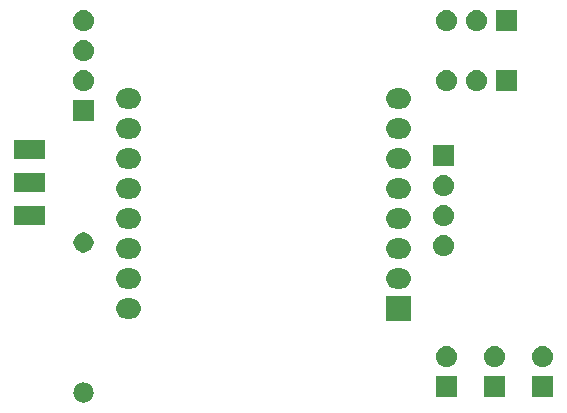
<source format=gbr>
G04 #@! TF.GenerationSoftware,KiCad,Pcbnew,(5.1.4)-1*
G04 #@! TF.CreationDate,2020-01-16T18:32:52+01:00*
G04 #@! TF.ProjectId,lumos-cache,6c756d6f-732d-4636-9163-68652e6b6963,rev?*
G04 #@! TF.SameCoordinates,Original*
G04 #@! TF.FileFunction,Soldermask,Top*
G04 #@! TF.FilePolarity,Negative*
%FSLAX46Y46*%
G04 Gerber Fmt 4.6, Leading zero omitted, Abs format (unit mm)*
G04 Created by KiCad (PCBNEW (5.1.4)-1) date 2020-01-16 18:32:52*
%MOMM*%
%LPD*%
G04 APERTURE LIST*
%ADD10C,0.100000*%
G04 APERTURE END LIST*
D10*
G36*
X117768823Y-63931313D02*
G01*
X117929242Y-63979976D01*
X118061906Y-64050886D01*
X118077078Y-64058996D01*
X118206659Y-64165341D01*
X118313004Y-64294922D01*
X118313005Y-64294924D01*
X118392024Y-64442758D01*
X118440687Y-64603177D01*
X118457117Y-64770000D01*
X118440687Y-64936823D01*
X118392024Y-65097242D01*
X118321114Y-65229906D01*
X118313004Y-65245078D01*
X118206659Y-65374659D01*
X118077078Y-65481004D01*
X118077076Y-65481005D01*
X117929242Y-65560024D01*
X117768823Y-65608687D01*
X117643804Y-65621000D01*
X117560196Y-65621000D01*
X117435177Y-65608687D01*
X117274758Y-65560024D01*
X117126924Y-65481005D01*
X117126922Y-65481004D01*
X116997341Y-65374659D01*
X116890996Y-65245078D01*
X116882886Y-65229906D01*
X116811976Y-65097242D01*
X116763313Y-64936823D01*
X116746883Y-64770000D01*
X116763313Y-64603177D01*
X116811976Y-64442758D01*
X116890995Y-64294924D01*
X116890996Y-64294922D01*
X116997341Y-64165341D01*
X117126922Y-64058996D01*
X117142094Y-64050886D01*
X117274758Y-63979976D01*
X117435177Y-63931313D01*
X117560196Y-63919000D01*
X117643804Y-63919000D01*
X117768823Y-63931313D01*
X117768823Y-63931313D01*
G37*
G36*
X157365000Y-65163000D02*
G01*
X155563000Y-65163000D01*
X155563000Y-63361000D01*
X157365000Y-63361000D01*
X157365000Y-65163000D01*
X157365000Y-65163000D01*
G37*
G36*
X153301000Y-65163000D02*
G01*
X151499000Y-65163000D01*
X151499000Y-63361000D01*
X153301000Y-63361000D01*
X153301000Y-65163000D01*
X153301000Y-65163000D01*
G37*
G36*
X149237000Y-65163000D02*
G01*
X147435000Y-65163000D01*
X147435000Y-63361000D01*
X149237000Y-63361000D01*
X149237000Y-65163000D01*
X149237000Y-65163000D01*
G37*
G36*
X152510443Y-60827519D02*
G01*
X152576627Y-60834037D01*
X152746466Y-60885557D01*
X152902991Y-60969222D01*
X152938729Y-60998552D01*
X153040186Y-61081814D01*
X153123448Y-61183271D01*
X153152778Y-61219009D01*
X153236443Y-61375534D01*
X153287963Y-61545373D01*
X153305359Y-61722000D01*
X153287963Y-61898627D01*
X153236443Y-62068466D01*
X153152778Y-62224991D01*
X153123448Y-62260729D01*
X153040186Y-62362186D01*
X152938729Y-62445448D01*
X152902991Y-62474778D01*
X152746466Y-62558443D01*
X152576627Y-62609963D01*
X152510442Y-62616482D01*
X152444260Y-62623000D01*
X152355740Y-62623000D01*
X152289558Y-62616482D01*
X152223373Y-62609963D01*
X152053534Y-62558443D01*
X151897009Y-62474778D01*
X151861271Y-62445448D01*
X151759814Y-62362186D01*
X151676552Y-62260729D01*
X151647222Y-62224991D01*
X151563557Y-62068466D01*
X151512037Y-61898627D01*
X151494641Y-61722000D01*
X151512037Y-61545373D01*
X151563557Y-61375534D01*
X151647222Y-61219009D01*
X151676552Y-61183271D01*
X151759814Y-61081814D01*
X151861271Y-60998552D01*
X151897009Y-60969222D01*
X152053534Y-60885557D01*
X152223373Y-60834037D01*
X152289557Y-60827519D01*
X152355740Y-60821000D01*
X152444260Y-60821000D01*
X152510443Y-60827519D01*
X152510443Y-60827519D01*
G37*
G36*
X148446443Y-60827519D02*
G01*
X148512627Y-60834037D01*
X148682466Y-60885557D01*
X148838991Y-60969222D01*
X148874729Y-60998552D01*
X148976186Y-61081814D01*
X149059448Y-61183271D01*
X149088778Y-61219009D01*
X149172443Y-61375534D01*
X149223963Y-61545373D01*
X149241359Y-61722000D01*
X149223963Y-61898627D01*
X149172443Y-62068466D01*
X149088778Y-62224991D01*
X149059448Y-62260729D01*
X148976186Y-62362186D01*
X148874729Y-62445448D01*
X148838991Y-62474778D01*
X148682466Y-62558443D01*
X148512627Y-62609963D01*
X148446442Y-62616482D01*
X148380260Y-62623000D01*
X148291740Y-62623000D01*
X148225558Y-62616482D01*
X148159373Y-62609963D01*
X147989534Y-62558443D01*
X147833009Y-62474778D01*
X147797271Y-62445448D01*
X147695814Y-62362186D01*
X147612552Y-62260729D01*
X147583222Y-62224991D01*
X147499557Y-62068466D01*
X147448037Y-61898627D01*
X147430641Y-61722000D01*
X147448037Y-61545373D01*
X147499557Y-61375534D01*
X147583222Y-61219009D01*
X147612552Y-61183271D01*
X147695814Y-61081814D01*
X147797271Y-60998552D01*
X147833009Y-60969222D01*
X147989534Y-60885557D01*
X148159373Y-60834037D01*
X148225557Y-60827519D01*
X148291740Y-60821000D01*
X148380260Y-60821000D01*
X148446443Y-60827519D01*
X148446443Y-60827519D01*
G37*
G36*
X156574443Y-60827519D02*
G01*
X156640627Y-60834037D01*
X156810466Y-60885557D01*
X156966991Y-60969222D01*
X157002729Y-60998552D01*
X157104186Y-61081814D01*
X157187448Y-61183271D01*
X157216778Y-61219009D01*
X157300443Y-61375534D01*
X157351963Y-61545373D01*
X157369359Y-61722000D01*
X157351963Y-61898627D01*
X157300443Y-62068466D01*
X157216778Y-62224991D01*
X157187448Y-62260729D01*
X157104186Y-62362186D01*
X157002729Y-62445448D01*
X156966991Y-62474778D01*
X156810466Y-62558443D01*
X156640627Y-62609963D01*
X156574442Y-62616482D01*
X156508260Y-62623000D01*
X156419740Y-62623000D01*
X156353558Y-62616482D01*
X156287373Y-62609963D01*
X156117534Y-62558443D01*
X155961009Y-62474778D01*
X155925271Y-62445448D01*
X155823814Y-62362186D01*
X155740552Y-62260729D01*
X155711222Y-62224991D01*
X155627557Y-62068466D01*
X155576037Y-61898627D01*
X155558641Y-61722000D01*
X155576037Y-61545373D01*
X155627557Y-61375534D01*
X155711222Y-61219009D01*
X155740552Y-61183271D01*
X155823814Y-61081814D01*
X155925271Y-60998552D01*
X155961009Y-60969222D01*
X156117534Y-60885557D01*
X156287373Y-60834037D01*
X156353557Y-60827519D01*
X156419740Y-60821000D01*
X156508260Y-60821000D01*
X156574443Y-60827519D01*
X156574443Y-60827519D01*
G37*
G36*
X145323000Y-58709000D02*
G01*
X143221000Y-58709000D01*
X143221000Y-56607000D01*
X145323000Y-56607000D01*
X145323000Y-58709000D01*
X145323000Y-58709000D01*
G37*
G36*
X121778823Y-56819313D02*
G01*
X121939242Y-56867976D01*
X122071906Y-56938886D01*
X122087078Y-56946996D01*
X122216659Y-57053341D01*
X122323004Y-57182922D01*
X122323005Y-57182924D01*
X122402024Y-57330758D01*
X122450687Y-57491177D01*
X122467117Y-57658000D01*
X122450687Y-57824823D01*
X122402024Y-57985242D01*
X122331114Y-58117906D01*
X122323004Y-58133078D01*
X122216659Y-58262659D01*
X122087078Y-58369004D01*
X122087076Y-58369005D01*
X121939242Y-58448024D01*
X121778823Y-58496687D01*
X121653804Y-58509000D01*
X121170196Y-58509000D01*
X121045177Y-58496687D01*
X120884758Y-58448024D01*
X120736924Y-58369005D01*
X120736922Y-58369004D01*
X120607341Y-58262659D01*
X120500996Y-58133078D01*
X120492886Y-58117906D01*
X120421976Y-57985242D01*
X120373313Y-57824823D01*
X120356883Y-57658000D01*
X120373313Y-57491177D01*
X120421976Y-57330758D01*
X120500995Y-57182924D01*
X120500996Y-57182922D01*
X120607341Y-57053341D01*
X120736922Y-56946996D01*
X120752094Y-56938886D01*
X120884758Y-56867976D01*
X121045177Y-56819313D01*
X121170196Y-56807000D01*
X121653804Y-56807000D01*
X121778823Y-56819313D01*
X121778823Y-56819313D01*
G37*
G36*
X121778823Y-54279313D02*
G01*
X121939242Y-54327976D01*
X122071906Y-54398886D01*
X122087078Y-54406996D01*
X122216659Y-54513341D01*
X122323004Y-54642922D01*
X122323005Y-54642924D01*
X122402024Y-54790758D01*
X122450687Y-54951177D01*
X122467117Y-55118000D01*
X122450687Y-55284823D01*
X122402024Y-55445242D01*
X122331114Y-55577906D01*
X122323004Y-55593078D01*
X122216659Y-55722659D01*
X122087078Y-55829004D01*
X122087076Y-55829005D01*
X121939242Y-55908024D01*
X121778823Y-55956687D01*
X121653804Y-55969000D01*
X121170196Y-55969000D01*
X121045177Y-55956687D01*
X120884758Y-55908024D01*
X120736924Y-55829005D01*
X120736922Y-55829004D01*
X120607341Y-55722659D01*
X120500996Y-55593078D01*
X120492886Y-55577906D01*
X120421976Y-55445242D01*
X120373313Y-55284823D01*
X120356883Y-55118000D01*
X120373313Y-54951177D01*
X120421976Y-54790758D01*
X120500995Y-54642924D01*
X120500996Y-54642922D01*
X120607341Y-54513341D01*
X120736922Y-54406996D01*
X120752094Y-54398886D01*
X120884758Y-54327976D01*
X121045177Y-54279313D01*
X121170196Y-54267000D01*
X121653804Y-54267000D01*
X121778823Y-54279313D01*
X121778823Y-54279313D01*
G37*
G36*
X144638823Y-54279313D02*
G01*
X144799242Y-54327976D01*
X144931906Y-54398886D01*
X144947078Y-54406996D01*
X145076659Y-54513341D01*
X145183004Y-54642922D01*
X145183005Y-54642924D01*
X145262024Y-54790758D01*
X145310687Y-54951177D01*
X145327117Y-55118000D01*
X145310687Y-55284823D01*
X145262024Y-55445242D01*
X145191114Y-55577906D01*
X145183004Y-55593078D01*
X145076659Y-55722659D01*
X144947078Y-55829004D01*
X144947076Y-55829005D01*
X144799242Y-55908024D01*
X144638823Y-55956687D01*
X144513804Y-55969000D01*
X144030196Y-55969000D01*
X143905177Y-55956687D01*
X143744758Y-55908024D01*
X143596924Y-55829005D01*
X143596922Y-55829004D01*
X143467341Y-55722659D01*
X143360996Y-55593078D01*
X143352886Y-55577906D01*
X143281976Y-55445242D01*
X143233313Y-55284823D01*
X143216883Y-55118000D01*
X143233313Y-54951177D01*
X143281976Y-54790758D01*
X143360995Y-54642924D01*
X143360996Y-54642922D01*
X143467341Y-54513341D01*
X143596922Y-54406996D01*
X143612094Y-54398886D01*
X143744758Y-54327976D01*
X143905177Y-54279313D01*
X144030196Y-54267000D01*
X144513804Y-54267000D01*
X144638823Y-54279313D01*
X144638823Y-54279313D01*
G37*
G36*
X121778823Y-51739313D02*
G01*
X121939242Y-51787976D01*
X122071906Y-51858886D01*
X122087078Y-51866996D01*
X122216659Y-51973341D01*
X122323004Y-52102922D01*
X122323005Y-52102924D01*
X122402024Y-52250758D01*
X122450687Y-52411177D01*
X122467117Y-52578000D01*
X122450687Y-52744823D01*
X122402024Y-52905242D01*
X122331114Y-53037906D01*
X122323004Y-53053078D01*
X122216659Y-53182659D01*
X122087078Y-53289004D01*
X122087076Y-53289005D01*
X121939242Y-53368024D01*
X121778823Y-53416687D01*
X121653804Y-53429000D01*
X121170196Y-53429000D01*
X121045177Y-53416687D01*
X120884758Y-53368024D01*
X120736924Y-53289005D01*
X120736922Y-53289004D01*
X120607341Y-53182659D01*
X120500996Y-53053078D01*
X120492886Y-53037906D01*
X120421976Y-52905242D01*
X120373313Y-52744823D01*
X120356883Y-52578000D01*
X120373313Y-52411177D01*
X120421976Y-52250758D01*
X120500995Y-52102924D01*
X120500996Y-52102922D01*
X120607341Y-51973341D01*
X120736922Y-51866996D01*
X120752094Y-51858886D01*
X120884758Y-51787976D01*
X121045177Y-51739313D01*
X121170196Y-51727000D01*
X121653804Y-51727000D01*
X121778823Y-51739313D01*
X121778823Y-51739313D01*
G37*
G36*
X144638823Y-51739313D02*
G01*
X144799242Y-51787976D01*
X144931906Y-51858886D01*
X144947078Y-51866996D01*
X145076659Y-51973341D01*
X145183004Y-52102922D01*
X145183005Y-52102924D01*
X145262024Y-52250758D01*
X145310687Y-52411177D01*
X145327117Y-52578000D01*
X145310687Y-52744823D01*
X145262024Y-52905242D01*
X145191114Y-53037906D01*
X145183004Y-53053078D01*
X145076659Y-53182659D01*
X144947078Y-53289004D01*
X144947076Y-53289005D01*
X144799242Y-53368024D01*
X144638823Y-53416687D01*
X144513804Y-53429000D01*
X144030196Y-53429000D01*
X143905177Y-53416687D01*
X143744758Y-53368024D01*
X143596924Y-53289005D01*
X143596922Y-53289004D01*
X143467341Y-53182659D01*
X143360996Y-53053078D01*
X143352886Y-53037906D01*
X143281976Y-52905242D01*
X143233313Y-52744823D01*
X143216883Y-52578000D01*
X143233313Y-52411177D01*
X143281976Y-52250758D01*
X143360995Y-52102924D01*
X143360996Y-52102922D01*
X143467341Y-51973341D01*
X143596922Y-51866996D01*
X143612094Y-51858886D01*
X143744758Y-51787976D01*
X143905177Y-51739313D01*
X144030196Y-51727000D01*
X144513804Y-51727000D01*
X144638823Y-51739313D01*
X144638823Y-51739313D01*
G37*
G36*
X148192443Y-51429519D02*
G01*
X148258627Y-51436037D01*
X148428466Y-51487557D01*
X148584991Y-51571222D01*
X148620729Y-51600552D01*
X148722186Y-51683814D01*
X148805448Y-51785271D01*
X148834778Y-51821009D01*
X148918443Y-51977534D01*
X148969963Y-52147373D01*
X148987359Y-52324000D01*
X148969963Y-52500627D01*
X148918443Y-52670466D01*
X148834778Y-52826991D01*
X148805448Y-52862729D01*
X148722186Y-52964186D01*
X148620729Y-53047448D01*
X148584991Y-53076778D01*
X148428466Y-53160443D01*
X148258627Y-53211963D01*
X148192442Y-53218482D01*
X148126260Y-53225000D01*
X148037740Y-53225000D01*
X147971558Y-53218482D01*
X147905373Y-53211963D01*
X147735534Y-53160443D01*
X147579009Y-53076778D01*
X147543271Y-53047448D01*
X147441814Y-52964186D01*
X147358552Y-52862729D01*
X147329222Y-52826991D01*
X147245557Y-52670466D01*
X147194037Y-52500627D01*
X147176641Y-52324000D01*
X147194037Y-52147373D01*
X147245557Y-51977534D01*
X147329222Y-51821009D01*
X147358552Y-51785271D01*
X147441814Y-51683814D01*
X147543271Y-51600552D01*
X147579009Y-51571222D01*
X147735534Y-51487557D01*
X147905373Y-51436037D01*
X147971557Y-51429519D01*
X148037740Y-51423000D01*
X148126260Y-51423000D01*
X148192443Y-51429519D01*
X148192443Y-51429519D01*
G37*
G36*
X117850228Y-51251703D02*
G01*
X118005100Y-51315853D01*
X118144481Y-51408985D01*
X118263015Y-51527519D01*
X118356147Y-51666900D01*
X118420297Y-51821772D01*
X118453000Y-51986184D01*
X118453000Y-52153816D01*
X118420297Y-52318228D01*
X118356147Y-52473100D01*
X118263015Y-52612481D01*
X118144481Y-52731015D01*
X118005100Y-52824147D01*
X117850228Y-52888297D01*
X117685816Y-52921000D01*
X117518184Y-52921000D01*
X117353772Y-52888297D01*
X117198900Y-52824147D01*
X117059519Y-52731015D01*
X116940985Y-52612481D01*
X116847853Y-52473100D01*
X116783703Y-52318228D01*
X116751000Y-52153816D01*
X116751000Y-51986184D01*
X116783703Y-51821772D01*
X116847853Y-51666900D01*
X116940985Y-51527519D01*
X117059519Y-51408985D01*
X117198900Y-51315853D01*
X117353772Y-51251703D01*
X117518184Y-51219000D01*
X117685816Y-51219000D01*
X117850228Y-51251703D01*
X117850228Y-51251703D01*
G37*
G36*
X121778823Y-49199313D02*
G01*
X121939242Y-49247976D01*
X122071906Y-49318886D01*
X122087078Y-49326996D01*
X122216659Y-49433341D01*
X122323004Y-49562922D01*
X122323005Y-49562924D01*
X122402024Y-49710758D01*
X122450687Y-49871177D01*
X122467117Y-50038000D01*
X122450687Y-50204823D01*
X122402024Y-50365242D01*
X122331114Y-50497906D01*
X122323004Y-50513078D01*
X122216659Y-50642659D01*
X122087078Y-50749004D01*
X122087076Y-50749005D01*
X121939242Y-50828024D01*
X121778823Y-50876687D01*
X121653804Y-50889000D01*
X121170196Y-50889000D01*
X121045177Y-50876687D01*
X120884758Y-50828024D01*
X120736924Y-50749005D01*
X120736922Y-50749004D01*
X120607341Y-50642659D01*
X120500996Y-50513078D01*
X120492886Y-50497906D01*
X120421976Y-50365242D01*
X120373313Y-50204823D01*
X120356883Y-50038000D01*
X120373313Y-49871177D01*
X120421976Y-49710758D01*
X120500995Y-49562924D01*
X120500996Y-49562922D01*
X120607341Y-49433341D01*
X120736922Y-49326996D01*
X120752094Y-49318886D01*
X120884758Y-49247976D01*
X121045177Y-49199313D01*
X121170196Y-49187000D01*
X121653804Y-49187000D01*
X121778823Y-49199313D01*
X121778823Y-49199313D01*
G37*
G36*
X144638823Y-49199313D02*
G01*
X144799242Y-49247976D01*
X144931906Y-49318886D01*
X144947078Y-49326996D01*
X145076659Y-49433341D01*
X145183004Y-49562922D01*
X145183005Y-49562924D01*
X145262024Y-49710758D01*
X145310687Y-49871177D01*
X145327117Y-50038000D01*
X145310687Y-50204823D01*
X145262024Y-50365242D01*
X145191114Y-50497906D01*
X145183004Y-50513078D01*
X145076659Y-50642659D01*
X144947078Y-50749004D01*
X144947076Y-50749005D01*
X144799242Y-50828024D01*
X144638823Y-50876687D01*
X144513804Y-50889000D01*
X144030196Y-50889000D01*
X143905177Y-50876687D01*
X143744758Y-50828024D01*
X143596924Y-50749005D01*
X143596922Y-50749004D01*
X143467341Y-50642659D01*
X143360996Y-50513078D01*
X143352886Y-50497906D01*
X143281976Y-50365242D01*
X143233313Y-50204823D01*
X143216883Y-50038000D01*
X143233313Y-49871177D01*
X143281976Y-49710758D01*
X143360995Y-49562924D01*
X143360996Y-49562922D01*
X143467341Y-49433341D01*
X143596922Y-49326996D01*
X143612094Y-49318886D01*
X143744758Y-49247976D01*
X143905177Y-49199313D01*
X144030196Y-49187000D01*
X144513804Y-49187000D01*
X144638823Y-49199313D01*
X144638823Y-49199313D01*
G37*
G36*
X148192443Y-48889519D02*
G01*
X148258627Y-48896037D01*
X148428466Y-48947557D01*
X148584991Y-49031222D01*
X148620729Y-49060552D01*
X148722186Y-49143814D01*
X148805448Y-49245271D01*
X148834778Y-49281009D01*
X148918443Y-49437534D01*
X148969963Y-49607373D01*
X148987359Y-49784000D01*
X148969963Y-49960627D01*
X148918443Y-50130466D01*
X148834778Y-50286991D01*
X148805448Y-50322729D01*
X148722186Y-50424186D01*
X148620729Y-50507448D01*
X148584991Y-50536778D01*
X148428466Y-50620443D01*
X148258627Y-50671963D01*
X148192443Y-50678481D01*
X148126260Y-50685000D01*
X148037740Y-50685000D01*
X147971557Y-50678481D01*
X147905373Y-50671963D01*
X147735534Y-50620443D01*
X147579009Y-50536778D01*
X147543271Y-50507448D01*
X147441814Y-50424186D01*
X147358552Y-50322729D01*
X147329222Y-50286991D01*
X147245557Y-50130466D01*
X147194037Y-49960627D01*
X147176641Y-49784000D01*
X147194037Y-49607373D01*
X147245557Y-49437534D01*
X147329222Y-49281009D01*
X147358552Y-49245271D01*
X147441814Y-49143814D01*
X147543271Y-49060552D01*
X147579009Y-49031222D01*
X147735534Y-48947557D01*
X147905373Y-48896037D01*
X147971557Y-48889519D01*
X148037740Y-48883000D01*
X148126260Y-48883000D01*
X148192443Y-48889519D01*
X148192443Y-48889519D01*
G37*
G36*
X114331000Y-50585000D02*
G01*
X111729000Y-50585000D01*
X111729000Y-48983000D01*
X114331000Y-48983000D01*
X114331000Y-50585000D01*
X114331000Y-50585000D01*
G37*
G36*
X144638823Y-46659313D02*
G01*
X144799242Y-46707976D01*
X144931906Y-46778886D01*
X144947078Y-46786996D01*
X145076659Y-46893341D01*
X145183004Y-47022922D01*
X145183005Y-47022924D01*
X145262024Y-47170758D01*
X145310687Y-47331177D01*
X145327117Y-47498000D01*
X145310687Y-47664823D01*
X145262024Y-47825242D01*
X145191114Y-47957906D01*
X145183004Y-47973078D01*
X145076659Y-48102659D01*
X144947078Y-48209004D01*
X144947076Y-48209005D01*
X144799242Y-48288024D01*
X144638823Y-48336687D01*
X144513804Y-48349000D01*
X144030196Y-48349000D01*
X143905177Y-48336687D01*
X143744758Y-48288024D01*
X143596924Y-48209005D01*
X143596922Y-48209004D01*
X143467341Y-48102659D01*
X143360996Y-47973078D01*
X143352886Y-47957906D01*
X143281976Y-47825242D01*
X143233313Y-47664823D01*
X143216883Y-47498000D01*
X143233313Y-47331177D01*
X143281976Y-47170758D01*
X143360995Y-47022924D01*
X143360996Y-47022922D01*
X143467341Y-46893341D01*
X143596922Y-46786996D01*
X143612094Y-46778886D01*
X143744758Y-46707976D01*
X143905177Y-46659313D01*
X144030196Y-46647000D01*
X144513804Y-46647000D01*
X144638823Y-46659313D01*
X144638823Y-46659313D01*
G37*
G36*
X121778823Y-46659313D02*
G01*
X121939242Y-46707976D01*
X122071906Y-46778886D01*
X122087078Y-46786996D01*
X122216659Y-46893341D01*
X122323004Y-47022922D01*
X122323005Y-47022924D01*
X122402024Y-47170758D01*
X122450687Y-47331177D01*
X122467117Y-47498000D01*
X122450687Y-47664823D01*
X122402024Y-47825242D01*
X122331114Y-47957906D01*
X122323004Y-47973078D01*
X122216659Y-48102659D01*
X122087078Y-48209004D01*
X122087076Y-48209005D01*
X121939242Y-48288024D01*
X121778823Y-48336687D01*
X121653804Y-48349000D01*
X121170196Y-48349000D01*
X121045177Y-48336687D01*
X120884758Y-48288024D01*
X120736924Y-48209005D01*
X120736922Y-48209004D01*
X120607341Y-48102659D01*
X120500996Y-47973078D01*
X120492886Y-47957906D01*
X120421976Y-47825242D01*
X120373313Y-47664823D01*
X120356883Y-47498000D01*
X120373313Y-47331177D01*
X120421976Y-47170758D01*
X120500995Y-47022924D01*
X120500996Y-47022922D01*
X120607341Y-46893341D01*
X120736922Y-46786996D01*
X120752094Y-46778886D01*
X120884758Y-46707976D01*
X121045177Y-46659313D01*
X121170196Y-46647000D01*
X121653804Y-46647000D01*
X121778823Y-46659313D01*
X121778823Y-46659313D01*
G37*
G36*
X148192443Y-46349519D02*
G01*
X148258627Y-46356037D01*
X148428466Y-46407557D01*
X148584991Y-46491222D01*
X148620729Y-46520552D01*
X148722186Y-46603814D01*
X148805448Y-46705271D01*
X148834778Y-46741009D01*
X148918443Y-46897534D01*
X148969963Y-47067373D01*
X148987359Y-47244000D01*
X148969963Y-47420627D01*
X148918443Y-47590466D01*
X148834778Y-47746991D01*
X148805448Y-47782729D01*
X148722186Y-47884186D01*
X148620729Y-47967448D01*
X148584991Y-47996778D01*
X148428466Y-48080443D01*
X148258627Y-48131963D01*
X148192443Y-48138481D01*
X148126260Y-48145000D01*
X148037740Y-48145000D01*
X147971558Y-48138482D01*
X147905373Y-48131963D01*
X147735534Y-48080443D01*
X147579009Y-47996778D01*
X147543271Y-47967448D01*
X147441814Y-47884186D01*
X147358552Y-47782729D01*
X147329222Y-47746991D01*
X147245557Y-47590466D01*
X147194037Y-47420627D01*
X147176641Y-47244000D01*
X147194037Y-47067373D01*
X147245557Y-46897534D01*
X147329222Y-46741009D01*
X147358552Y-46705271D01*
X147441814Y-46603814D01*
X147543271Y-46520552D01*
X147579009Y-46491222D01*
X147735534Y-46407557D01*
X147905373Y-46356037D01*
X147971557Y-46349519D01*
X148037740Y-46343000D01*
X148126260Y-46343000D01*
X148192443Y-46349519D01*
X148192443Y-46349519D01*
G37*
G36*
X114331000Y-47791000D02*
G01*
X111729000Y-47791000D01*
X111729000Y-46189000D01*
X114331000Y-46189000D01*
X114331000Y-47791000D01*
X114331000Y-47791000D01*
G37*
G36*
X121778823Y-44119313D02*
G01*
X121939242Y-44167976D01*
X122071906Y-44238886D01*
X122087078Y-44246996D01*
X122216659Y-44353341D01*
X122323004Y-44482922D01*
X122323005Y-44482924D01*
X122402024Y-44630758D01*
X122450687Y-44791177D01*
X122467117Y-44958000D01*
X122450687Y-45124823D01*
X122402024Y-45285242D01*
X122331114Y-45417906D01*
X122323004Y-45433078D01*
X122216659Y-45562659D01*
X122087078Y-45669004D01*
X122087076Y-45669005D01*
X121939242Y-45748024D01*
X121778823Y-45796687D01*
X121653804Y-45809000D01*
X121170196Y-45809000D01*
X121045177Y-45796687D01*
X120884758Y-45748024D01*
X120736924Y-45669005D01*
X120736922Y-45669004D01*
X120607341Y-45562659D01*
X120500996Y-45433078D01*
X120492886Y-45417906D01*
X120421976Y-45285242D01*
X120373313Y-45124823D01*
X120356883Y-44958000D01*
X120373313Y-44791177D01*
X120421976Y-44630758D01*
X120500995Y-44482924D01*
X120500996Y-44482922D01*
X120607341Y-44353341D01*
X120736922Y-44246996D01*
X120752094Y-44238886D01*
X120884758Y-44167976D01*
X121045177Y-44119313D01*
X121170196Y-44107000D01*
X121653804Y-44107000D01*
X121778823Y-44119313D01*
X121778823Y-44119313D01*
G37*
G36*
X144638823Y-44119313D02*
G01*
X144799242Y-44167976D01*
X144931906Y-44238886D01*
X144947078Y-44246996D01*
X145076659Y-44353341D01*
X145183004Y-44482922D01*
X145183005Y-44482924D01*
X145262024Y-44630758D01*
X145310687Y-44791177D01*
X145327117Y-44958000D01*
X145310687Y-45124823D01*
X145262024Y-45285242D01*
X145191114Y-45417906D01*
X145183004Y-45433078D01*
X145076659Y-45562659D01*
X144947078Y-45669004D01*
X144947076Y-45669005D01*
X144799242Y-45748024D01*
X144638823Y-45796687D01*
X144513804Y-45809000D01*
X144030196Y-45809000D01*
X143905177Y-45796687D01*
X143744758Y-45748024D01*
X143596924Y-45669005D01*
X143596922Y-45669004D01*
X143467341Y-45562659D01*
X143360996Y-45433078D01*
X143352886Y-45417906D01*
X143281976Y-45285242D01*
X143233313Y-45124823D01*
X143216883Y-44958000D01*
X143233313Y-44791177D01*
X143281976Y-44630758D01*
X143360995Y-44482924D01*
X143360996Y-44482922D01*
X143467341Y-44353341D01*
X143596922Y-44246996D01*
X143612094Y-44238886D01*
X143744758Y-44167976D01*
X143905177Y-44119313D01*
X144030196Y-44107000D01*
X144513804Y-44107000D01*
X144638823Y-44119313D01*
X144638823Y-44119313D01*
G37*
G36*
X148983000Y-45605000D02*
G01*
X147181000Y-45605000D01*
X147181000Y-43803000D01*
X148983000Y-43803000D01*
X148983000Y-45605000D01*
X148983000Y-45605000D01*
G37*
G36*
X114331000Y-44997000D02*
G01*
X111729000Y-44997000D01*
X111729000Y-43395000D01*
X114331000Y-43395000D01*
X114331000Y-44997000D01*
X114331000Y-44997000D01*
G37*
G36*
X121778823Y-41579313D02*
G01*
X121939242Y-41627976D01*
X122071906Y-41698886D01*
X122087078Y-41706996D01*
X122216659Y-41813341D01*
X122323004Y-41942922D01*
X122323005Y-41942924D01*
X122402024Y-42090758D01*
X122450687Y-42251177D01*
X122467117Y-42418000D01*
X122450687Y-42584823D01*
X122402024Y-42745242D01*
X122331114Y-42877906D01*
X122323004Y-42893078D01*
X122216659Y-43022659D01*
X122087078Y-43129004D01*
X122087076Y-43129005D01*
X121939242Y-43208024D01*
X121778823Y-43256687D01*
X121653804Y-43269000D01*
X121170196Y-43269000D01*
X121045177Y-43256687D01*
X120884758Y-43208024D01*
X120736924Y-43129005D01*
X120736922Y-43129004D01*
X120607341Y-43022659D01*
X120500996Y-42893078D01*
X120492886Y-42877906D01*
X120421976Y-42745242D01*
X120373313Y-42584823D01*
X120356883Y-42418000D01*
X120373313Y-42251177D01*
X120421976Y-42090758D01*
X120500995Y-41942924D01*
X120500996Y-41942922D01*
X120607341Y-41813341D01*
X120736922Y-41706996D01*
X120752094Y-41698886D01*
X120884758Y-41627976D01*
X121045177Y-41579313D01*
X121170196Y-41567000D01*
X121653804Y-41567000D01*
X121778823Y-41579313D01*
X121778823Y-41579313D01*
G37*
G36*
X144638823Y-41579313D02*
G01*
X144799242Y-41627976D01*
X144931906Y-41698886D01*
X144947078Y-41706996D01*
X145076659Y-41813341D01*
X145183004Y-41942922D01*
X145183005Y-41942924D01*
X145262024Y-42090758D01*
X145310687Y-42251177D01*
X145327117Y-42418000D01*
X145310687Y-42584823D01*
X145262024Y-42745242D01*
X145191114Y-42877906D01*
X145183004Y-42893078D01*
X145076659Y-43022659D01*
X144947078Y-43129004D01*
X144947076Y-43129005D01*
X144799242Y-43208024D01*
X144638823Y-43256687D01*
X144513804Y-43269000D01*
X144030196Y-43269000D01*
X143905177Y-43256687D01*
X143744758Y-43208024D01*
X143596924Y-43129005D01*
X143596922Y-43129004D01*
X143467341Y-43022659D01*
X143360996Y-42893078D01*
X143352886Y-42877906D01*
X143281976Y-42745242D01*
X143233313Y-42584823D01*
X143216883Y-42418000D01*
X143233313Y-42251177D01*
X143281976Y-42090758D01*
X143360995Y-41942924D01*
X143360996Y-41942922D01*
X143467341Y-41813341D01*
X143596922Y-41706996D01*
X143612094Y-41698886D01*
X143744758Y-41627976D01*
X143905177Y-41579313D01*
X144030196Y-41567000D01*
X144513804Y-41567000D01*
X144638823Y-41579313D01*
X144638823Y-41579313D01*
G37*
G36*
X118503000Y-41795000D02*
G01*
X116701000Y-41795000D01*
X116701000Y-39993000D01*
X118503000Y-39993000D01*
X118503000Y-41795000D01*
X118503000Y-41795000D01*
G37*
G36*
X121778823Y-39039313D02*
G01*
X121939242Y-39087976D01*
X122071906Y-39158886D01*
X122087078Y-39166996D01*
X122216659Y-39273341D01*
X122323004Y-39402922D01*
X122323005Y-39402924D01*
X122402024Y-39550758D01*
X122450687Y-39711177D01*
X122467117Y-39878000D01*
X122450687Y-40044823D01*
X122402024Y-40205242D01*
X122331114Y-40337906D01*
X122323004Y-40353078D01*
X122216659Y-40482659D01*
X122087078Y-40589004D01*
X122087076Y-40589005D01*
X121939242Y-40668024D01*
X121778823Y-40716687D01*
X121653804Y-40729000D01*
X121170196Y-40729000D01*
X121045177Y-40716687D01*
X120884758Y-40668024D01*
X120736924Y-40589005D01*
X120736922Y-40589004D01*
X120607341Y-40482659D01*
X120500996Y-40353078D01*
X120492886Y-40337906D01*
X120421976Y-40205242D01*
X120373313Y-40044823D01*
X120356883Y-39878000D01*
X120373313Y-39711177D01*
X120421976Y-39550758D01*
X120500995Y-39402924D01*
X120500996Y-39402922D01*
X120607341Y-39273341D01*
X120736922Y-39166996D01*
X120752094Y-39158886D01*
X120884758Y-39087976D01*
X121045177Y-39039313D01*
X121170196Y-39027000D01*
X121653804Y-39027000D01*
X121778823Y-39039313D01*
X121778823Y-39039313D01*
G37*
G36*
X144638823Y-39039313D02*
G01*
X144799242Y-39087976D01*
X144931906Y-39158886D01*
X144947078Y-39166996D01*
X145076659Y-39273341D01*
X145183004Y-39402922D01*
X145183005Y-39402924D01*
X145262024Y-39550758D01*
X145310687Y-39711177D01*
X145327117Y-39878000D01*
X145310687Y-40044823D01*
X145262024Y-40205242D01*
X145191114Y-40337906D01*
X145183004Y-40353078D01*
X145076659Y-40482659D01*
X144947078Y-40589004D01*
X144947076Y-40589005D01*
X144799242Y-40668024D01*
X144638823Y-40716687D01*
X144513804Y-40729000D01*
X144030196Y-40729000D01*
X143905177Y-40716687D01*
X143744758Y-40668024D01*
X143596924Y-40589005D01*
X143596922Y-40589004D01*
X143467341Y-40482659D01*
X143360996Y-40353078D01*
X143352886Y-40337906D01*
X143281976Y-40205242D01*
X143233313Y-40044823D01*
X143216883Y-39878000D01*
X143233313Y-39711177D01*
X143281976Y-39550758D01*
X143360995Y-39402924D01*
X143360996Y-39402922D01*
X143467341Y-39273341D01*
X143596922Y-39166996D01*
X143612094Y-39158886D01*
X143744758Y-39087976D01*
X143905177Y-39039313D01*
X144030196Y-39027000D01*
X144513804Y-39027000D01*
X144638823Y-39039313D01*
X144638823Y-39039313D01*
G37*
G36*
X117712442Y-37459518D02*
G01*
X117778627Y-37466037D01*
X117948466Y-37517557D01*
X118104991Y-37601222D01*
X118140729Y-37630552D01*
X118242186Y-37713814D01*
X118325448Y-37815271D01*
X118354778Y-37851009D01*
X118438443Y-38007534D01*
X118489963Y-38177373D01*
X118507359Y-38354000D01*
X118489963Y-38530627D01*
X118438443Y-38700466D01*
X118354778Y-38856991D01*
X118325448Y-38892729D01*
X118242186Y-38994186D01*
X118140729Y-39077448D01*
X118104991Y-39106778D01*
X117948466Y-39190443D01*
X117778627Y-39241963D01*
X117712442Y-39248482D01*
X117646260Y-39255000D01*
X117557740Y-39255000D01*
X117491558Y-39248482D01*
X117425373Y-39241963D01*
X117255534Y-39190443D01*
X117099009Y-39106778D01*
X117063271Y-39077448D01*
X116961814Y-38994186D01*
X116878552Y-38892729D01*
X116849222Y-38856991D01*
X116765557Y-38700466D01*
X116714037Y-38530627D01*
X116696641Y-38354000D01*
X116714037Y-38177373D01*
X116765557Y-38007534D01*
X116849222Y-37851009D01*
X116878552Y-37815271D01*
X116961814Y-37713814D01*
X117063271Y-37630552D01*
X117099009Y-37601222D01*
X117255534Y-37517557D01*
X117425373Y-37466037D01*
X117491558Y-37459518D01*
X117557740Y-37453000D01*
X117646260Y-37453000D01*
X117712442Y-37459518D01*
X117712442Y-37459518D01*
G37*
G36*
X154317000Y-39255000D02*
G01*
X152515000Y-39255000D01*
X152515000Y-37453000D01*
X154317000Y-37453000D01*
X154317000Y-39255000D01*
X154317000Y-39255000D01*
G37*
G36*
X150986442Y-37459518D02*
G01*
X151052627Y-37466037D01*
X151222466Y-37517557D01*
X151378991Y-37601222D01*
X151414729Y-37630552D01*
X151516186Y-37713814D01*
X151599448Y-37815271D01*
X151628778Y-37851009D01*
X151712443Y-38007534D01*
X151763963Y-38177373D01*
X151781359Y-38354000D01*
X151763963Y-38530627D01*
X151712443Y-38700466D01*
X151628778Y-38856991D01*
X151599448Y-38892729D01*
X151516186Y-38994186D01*
X151414729Y-39077448D01*
X151378991Y-39106778D01*
X151222466Y-39190443D01*
X151052627Y-39241963D01*
X150986442Y-39248482D01*
X150920260Y-39255000D01*
X150831740Y-39255000D01*
X150765558Y-39248482D01*
X150699373Y-39241963D01*
X150529534Y-39190443D01*
X150373009Y-39106778D01*
X150337271Y-39077448D01*
X150235814Y-38994186D01*
X150152552Y-38892729D01*
X150123222Y-38856991D01*
X150039557Y-38700466D01*
X149988037Y-38530627D01*
X149970641Y-38354000D01*
X149988037Y-38177373D01*
X150039557Y-38007534D01*
X150123222Y-37851009D01*
X150152552Y-37815271D01*
X150235814Y-37713814D01*
X150337271Y-37630552D01*
X150373009Y-37601222D01*
X150529534Y-37517557D01*
X150699373Y-37466037D01*
X150765558Y-37459518D01*
X150831740Y-37453000D01*
X150920260Y-37453000D01*
X150986442Y-37459518D01*
X150986442Y-37459518D01*
G37*
G36*
X148446442Y-37459518D02*
G01*
X148512627Y-37466037D01*
X148682466Y-37517557D01*
X148838991Y-37601222D01*
X148874729Y-37630552D01*
X148976186Y-37713814D01*
X149059448Y-37815271D01*
X149088778Y-37851009D01*
X149172443Y-38007534D01*
X149223963Y-38177373D01*
X149241359Y-38354000D01*
X149223963Y-38530627D01*
X149172443Y-38700466D01*
X149088778Y-38856991D01*
X149059448Y-38892729D01*
X148976186Y-38994186D01*
X148874729Y-39077448D01*
X148838991Y-39106778D01*
X148682466Y-39190443D01*
X148512627Y-39241963D01*
X148446442Y-39248482D01*
X148380260Y-39255000D01*
X148291740Y-39255000D01*
X148225558Y-39248482D01*
X148159373Y-39241963D01*
X147989534Y-39190443D01*
X147833009Y-39106778D01*
X147797271Y-39077448D01*
X147695814Y-38994186D01*
X147612552Y-38892729D01*
X147583222Y-38856991D01*
X147499557Y-38700466D01*
X147448037Y-38530627D01*
X147430641Y-38354000D01*
X147448037Y-38177373D01*
X147499557Y-38007534D01*
X147583222Y-37851009D01*
X147612552Y-37815271D01*
X147695814Y-37713814D01*
X147797271Y-37630552D01*
X147833009Y-37601222D01*
X147989534Y-37517557D01*
X148159373Y-37466037D01*
X148225558Y-37459518D01*
X148291740Y-37453000D01*
X148380260Y-37453000D01*
X148446442Y-37459518D01*
X148446442Y-37459518D01*
G37*
G36*
X117712442Y-34919518D02*
G01*
X117778627Y-34926037D01*
X117948466Y-34977557D01*
X118104991Y-35061222D01*
X118140729Y-35090552D01*
X118242186Y-35173814D01*
X118325448Y-35275271D01*
X118354778Y-35311009D01*
X118438443Y-35467534D01*
X118489963Y-35637373D01*
X118507359Y-35814000D01*
X118489963Y-35990627D01*
X118438443Y-36160466D01*
X118354778Y-36316991D01*
X118325448Y-36352729D01*
X118242186Y-36454186D01*
X118140729Y-36537448D01*
X118104991Y-36566778D01*
X117948466Y-36650443D01*
X117778627Y-36701963D01*
X117712443Y-36708481D01*
X117646260Y-36715000D01*
X117557740Y-36715000D01*
X117491557Y-36708481D01*
X117425373Y-36701963D01*
X117255534Y-36650443D01*
X117099009Y-36566778D01*
X117063271Y-36537448D01*
X116961814Y-36454186D01*
X116878552Y-36352729D01*
X116849222Y-36316991D01*
X116765557Y-36160466D01*
X116714037Y-35990627D01*
X116696641Y-35814000D01*
X116714037Y-35637373D01*
X116765557Y-35467534D01*
X116849222Y-35311009D01*
X116878552Y-35275271D01*
X116961814Y-35173814D01*
X117063271Y-35090552D01*
X117099009Y-35061222D01*
X117255534Y-34977557D01*
X117425373Y-34926037D01*
X117491558Y-34919518D01*
X117557740Y-34913000D01*
X117646260Y-34913000D01*
X117712442Y-34919518D01*
X117712442Y-34919518D01*
G37*
G36*
X148446442Y-32379518D02*
G01*
X148512627Y-32386037D01*
X148682466Y-32437557D01*
X148838991Y-32521222D01*
X148874729Y-32550552D01*
X148976186Y-32633814D01*
X149059448Y-32735271D01*
X149088778Y-32771009D01*
X149172443Y-32927534D01*
X149223963Y-33097373D01*
X149241359Y-33274000D01*
X149223963Y-33450627D01*
X149172443Y-33620466D01*
X149088778Y-33776991D01*
X149059448Y-33812729D01*
X148976186Y-33914186D01*
X148874729Y-33997448D01*
X148838991Y-34026778D01*
X148682466Y-34110443D01*
X148512627Y-34161963D01*
X148446442Y-34168482D01*
X148380260Y-34175000D01*
X148291740Y-34175000D01*
X148225558Y-34168482D01*
X148159373Y-34161963D01*
X147989534Y-34110443D01*
X147833009Y-34026778D01*
X147797271Y-33997448D01*
X147695814Y-33914186D01*
X147612552Y-33812729D01*
X147583222Y-33776991D01*
X147499557Y-33620466D01*
X147448037Y-33450627D01*
X147430641Y-33274000D01*
X147448037Y-33097373D01*
X147499557Y-32927534D01*
X147583222Y-32771009D01*
X147612552Y-32735271D01*
X147695814Y-32633814D01*
X147797271Y-32550552D01*
X147833009Y-32521222D01*
X147989534Y-32437557D01*
X148159373Y-32386037D01*
X148225558Y-32379518D01*
X148291740Y-32373000D01*
X148380260Y-32373000D01*
X148446442Y-32379518D01*
X148446442Y-32379518D01*
G37*
G36*
X150986442Y-32379518D02*
G01*
X151052627Y-32386037D01*
X151222466Y-32437557D01*
X151378991Y-32521222D01*
X151414729Y-32550552D01*
X151516186Y-32633814D01*
X151599448Y-32735271D01*
X151628778Y-32771009D01*
X151712443Y-32927534D01*
X151763963Y-33097373D01*
X151781359Y-33274000D01*
X151763963Y-33450627D01*
X151712443Y-33620466D01*
X151628778Y-33776991D01*
X151599448Y-33812729D01*
X151516186Y-33914186D01*
X151414729Y-33997448D01*
X151378991Y-34026778D01*
X151222466Y-34110443D01*
X151052627Y-34161963D01*
X150986442Y-34168482D01*
X150920260Y-34175000D01*
X150831740Y-34175000D01*
X150765558Y-34168482D01*
X150699373Y-34161963D01*
X150529534Y-34110443D01*
X150373009Y-34026778D01*
X150337271Y-33997448D01*
X150235814Y-33914186D01*
X150152552Y-33812729D01*
X150123222Y-33776991D01*
X150039557Y-33620466D01*
X149988037Y-33450627D01*
X149970641Y-33274000D01*
X149988037Y-33097373D01*
X150039557Y-32927534D01*
X150123222Y-32771009D01*
X150152552Y-32735271D01*
X150235814Y-32633814D01*
X150337271Y-32550552D01*
X150373009Y-32521222D01*
X150529534Y-32437557D01*
X150699373Y-32386037D01*
X150765558Y-32379518D01*
X150831740Y-32373000D01*
X150920260Y-32373000D01*
X150986442Y-32379518D01*
X150986442Y-32379518D01*
G37*
G36*
X154317000Y-34175000D02*
G01*
X152515000Y-34175000D01*
X152515000Y-32373000D01*
X154317000Y-32373000D01*
X154317000Y-34175000D01*
X154317000Y-34175000D01*
G37*
G36*
X117712442Y-32379518D02*
G01*
X117778627Y-32386037D01*
X117948466Y-32437557D01*
X118104991Y-32521222D01*
X118140729Y-32550552D01*
X118242186Y-32633814D01*
X118325448Y-32735271D01*
X118354778Y-32771009D01*
X118438443Y-32927534D01*
X118489963Y-33097373D01*
X118507359Y-33274000D01*
X118489963Y-33450627D01*
X118438443Y-33620466D01*
X118354778Y-33776991D01*
X118325448Y-33812729D01*
X118242186Y-33914186D01*
X118140729Y-33997448D01*
X118104991Y-34026778D01*
X117948466Y-34110443D01*
X117778627Y-34161963D01*
X117712442Y-34168482D01*
X117646260Y-34175000D01*
X117557740Y-34175000D01*
X117491558Y-34168482D01*
X117425373Y-34161963D01*
X117255534Y-34110443D01*
X117099009Y-34026778D01*
X117063271Y-33997448D01*
X116961814Y-33914186D01*
X116878552Y-33812729D01*
X116849222Y-33776991D01*
X116765557Y-33620466D01*
X116714037Y-33450627D01*
X116696641Y-33274000D01*
X116714037Y-33097373D01*
X116765557Y-32927534D01*
X116849222Y-32771009D01*
X116878552Y-32735271D01*
X116961814Y-32633814D01*
X117063271Y-32550552D01*
X117099009Y-32521222D01*
X117255534Y-32437557D01*
X117425373Y-32386037D01*
X117491558Y-32379518D01*
X117557740Y-32373000D01*
X117646260Y-32373000D01*
X117712442Y-32379518D01*
X117712442Y-32379518D01*
G37*
M02*

</source>
